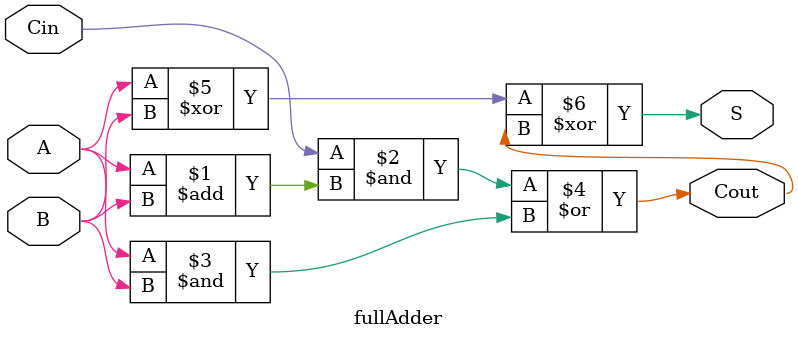
<source format=v>
module fullAdder (A, B, Cin, S, Cout);
	input A, B, Cin;
	output S, Cout;
	
	assign Cout = Cin&(A + B) | A&B;
	assign S = A^B^Cout;
	
	
	
endmodule
</source>
